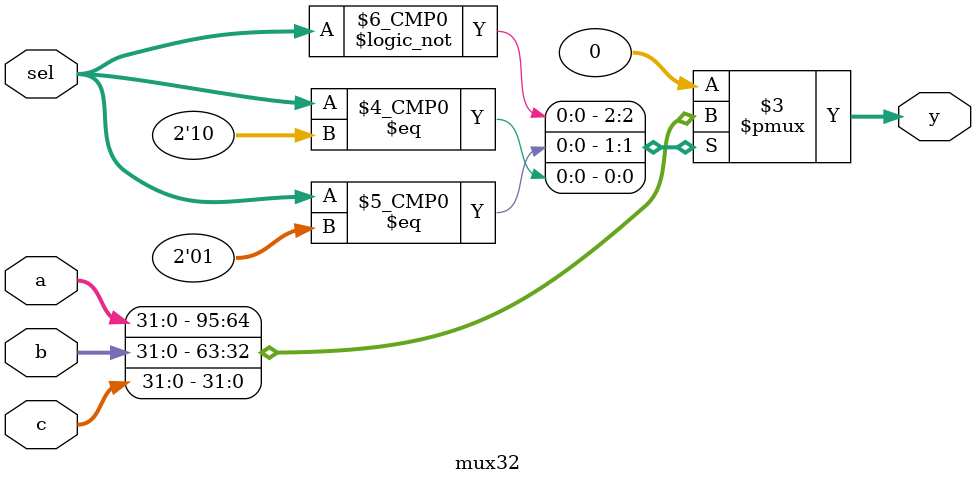
<source format=v>
module mux32(
    input wire [31:0] a,     // Input 1
    input wire [31:0] b,     // Input 2
    input wire [31:0] c,     // Input 3
    input wire [1:0] sel, // 2-bit select line
    output reg [31:0] y      // Output
);

always @(*) begin
    case (sel)
        2'b00: y = a; // Select input a
        2'b01: y = b; // Select input b
        2'b10: y = c; // Select input c
        default: y = 32'b0; // Default output (can be modified if needed)
    endcase
end

endmodule

</source>
